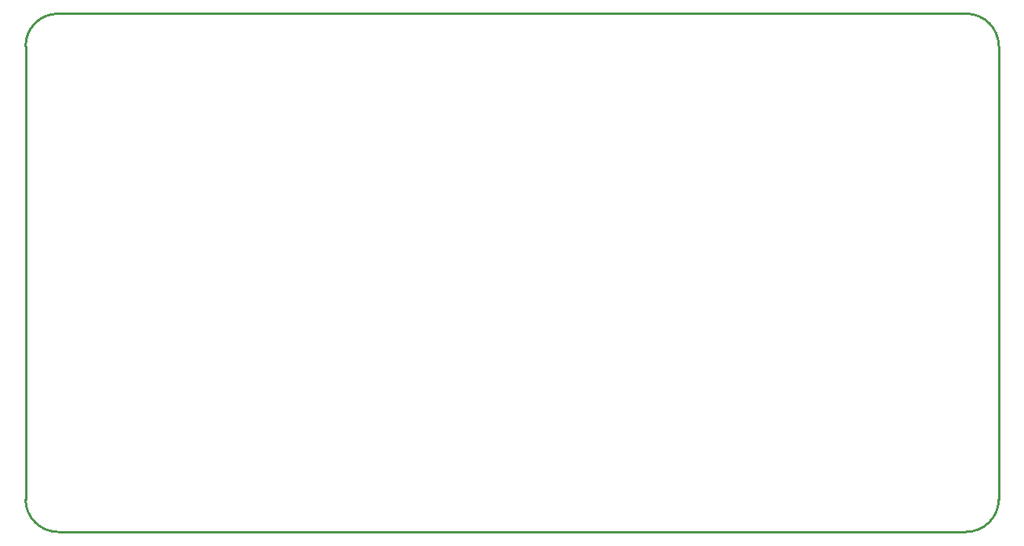
<source format=gko>
G04*
G04 #@! TF.GenerationSoftware,Altium Limited,CircuitStudio,1.5.2 (1.5.2.30)*
G04*
G04 Layer_Color=16720538*
%FSLAX25Y25*%
%MOIN*%
G70*
G01*
G75*
%ADD35C,0.01000*%
D35*
X2040953Y1065500D02*
G03*
X2027173Y1079280I-13780J0D01*
G01*
Y858807D02*
G03*
X2040953Y872587I0J13780D01*
G01*
X1641346Y1079280D02*
G03*
X1627567Y1065500I0J-13780D01*
G01*
X1627567Y872587D02*
G03*
X1641347Y858807I13780J0D01*
G01*
X2040953Y872587D02*
Y1065500D01*
X1641347Y858807D02*
X2027173D01*
X1641347Y1079280D02*
X2027173D01*
X1627567Y872587D02*
Y1065500D01*
M02*

</source>
